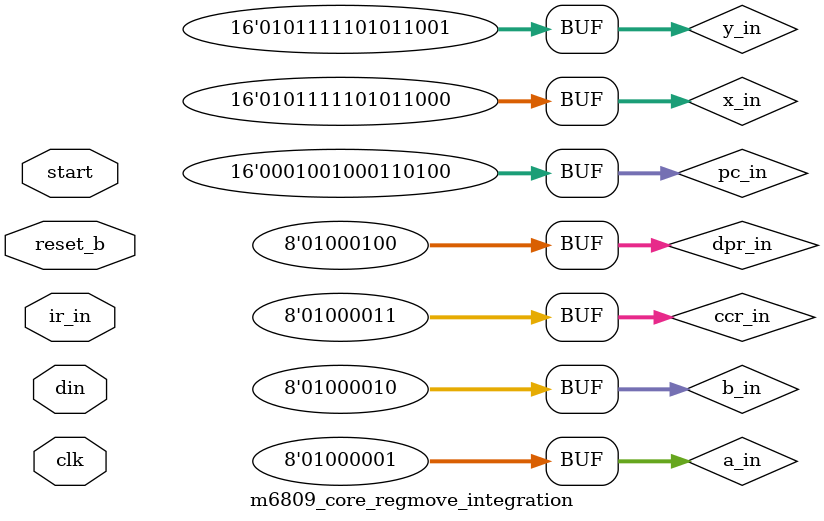
<source format=v>
`timescale 1ns / 1ps


// Testbench for 6809 Code register moves.  
// The module needs an external RAM and it has to write and re-write 
// externally - owned registers.

module m6809_core_regmove_integration (
  // Inputs
  input reset_b,
  input clk,

  input [7:0] ir_in,      // Instruction Register.  Post-byte comes from din.
  input [7:0] din,        // Instruction Register.  Post-byte comes from din.
  input start
  );

  wire [15:0] addr;       // External Memory address
  wire        data_rw_n;  // Memory Write  
  
  wire  [7:0] dout;       // External Memory data out     
  
  // Input Registers 
  
  wire [7:0] a_in;
  wire [7:0] b_in;
  wire [7:0] ccr_in;
  wire [7:0] dpr_in;

  wire [15:0] x_in;
  wire [15:0] y_in;

  wire [15:0] s_in;
  wire [15:0] u_in;

  wire [15:0] pc_in;
  
  wire [7:0] a_out;
  wire [7:0] b_out;
  wire [7:0] ccr_out;
  wire [7:0] dpr_out;

  wire [15:0] x_out;
  wire [15:0] y_out;

  wire [15:0] s_out;  
  wire [15:0] u_out;
  
  wire [15:0] pc_out;

   wire  a_out_en;
   wire  b_out_en;
   wire  ccr_out_en;
   wire  dpr_out_en;
   wire  x_out_en;
   wire  y_out_en;
   wire  s_out_en;
   wire  u_out_en;
   wire  pc_out_en;
   wire  dprr_out_en;

   reg [15:0] s_q; 
   reg [15:0] u_q;

	// Instantiate the Unit Under Test (UUT)
	m6809_core_regmove uut  (
  	.reset_b(reset_b),   .clk(clk),

    .start(start),
    .ir_in(ir_in),
    
    .addr(addr),
    .data_rw_n(data_rw_n),
    
    .din(din),         .dout(dout),
    
    .a_in(a_in),       .b_in(b_in),
    .ccr_in(ccr_in),
    .dpr_in(dpr_in),

    .x_in(x_in),       .y_in(y_in),
    .s_in(s_in),       .u_in(u_in),
  
    .pc_in(pc_in),
    
    .a_out(a_out),    .b_out(b_out),
    .x_out(x_out),    .y_out(y_out),
    .s_out(s_out),    .u_out(u_out),

    .ccr_out(ccr_out),
    .dpr_out(dpr_out),
    .pc_out(pc_out),
    
    .a_out_en(a_out_en), .b_out_en(b_out_en),
    .x_out_en(x_out_en), .y_out_en(y_out_en),
    .s_out_en(s_out_en),  .u_out_en(u_out_en),

    .pc_out_en(pc_out_en),
    .ccr_out_en(ccr_out_en),
    .dpr_out_en(dprr_out_en)

	   );
  
  always @(posedge clk or negedge reset_b ) begin
    if ( ~reset_b ) begin 
      s_q <= 16'h0;
      u_q <= 16'h1000;
      end
    else begin 
      if ( s_out_en ) s_q <= s_out;
      if ( u_out_en ) u_q <= u_out;
      end
    end 
  
assign a_in   = "A";
assign b_in   = "B";
assign ccr_in = "C";
assign dpr_in = "D";
assign x_in   = "_X";
assign y_in   = "_Y";
assign pc_in  = 16'h1234; 

assign s_in = s_q;
assign u_in = u_q;


// ------------------------------------------------------------------------
// Internal stuff to support formal validation.
// ------------------------------------------------------------------------
reg [7:0] tb_cycle;

initial tb_cycle = 8'b0; 

always @(posedge clk) tb_cycle <= tb_cycle + 1'b1;

// ------------------------------------------------------------------------
// Validation Assertions.
// icarus verilog support "simple immediate assertions"
// ------------------------------------------------------------------------

// Do some sanity checks on every clock 
//always @(posedge clk) begin

// Only one destination register at a time
//  assert( (
//    ) <= 1 );
// end 

// -----------------------------------------
// Formal Verification.
// Initial clock assumptions from 
// https://zipcpu.com/blog/2017/10/19/formal-intro.html     
// -----------------------------------------
`ifdef FORMAL

  reg	last_clk_q, past_valid_q;  
  initial past_valid_q = 1'b0; 

  // Assume that the start bit is only high for one cycle.
  // There is no way for there to be back to back starts.
  reg last_start_q;

  always @(posedge clk) begin 
    past_valid_q <= 1'b1;
    last_start_q <= start;
    if ( last_start_q == 1 ) assume(start == 1'b0);
    end 
  
  
  always @(*) begin 
  	if (!past_valid_q)
  		assume(reset_b == 0);
      assume(start   == 0);
    end 
    

// The register input values don't have any role 
// so wire them down.    
  always @(posedge clk) begin     

    assume( ir_in   == 8'h34); // Push

  // Encode there with ASCOO
  //  assume( a_in   == "A");
  //  assume( b_in   == "B");
  //  assume( ccr_in == "C");
  //  assume( dpr_in == "D");

    //assume( x_in == "X");
    //assume( y_in == "Y");
    
  //  assume( s_in == 16'h0000);
//    assume( u_in == 16'h8000);
    end   
  
`endif
      
endmodule


</source>
